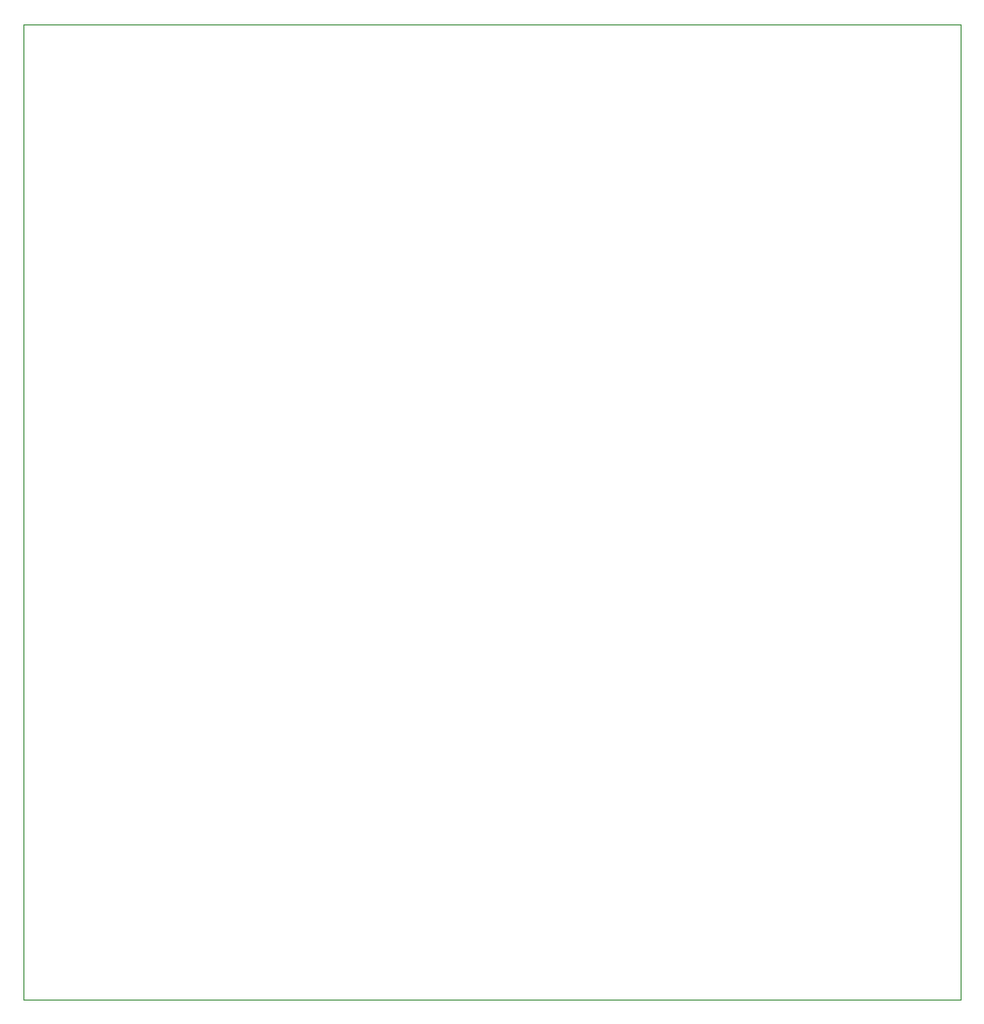
<source format=gbr>
G04 #@! TF.GenerationSoftware,KiCad,Pcbnew,(5.1.4)-1*
G04 #@! TF.CreationDate,2020-11-19T13:50:43+07:00*
G04 #@! TF.ProjectId,serial,73657269-616c-42e6-9b69-6361645f7063,rev?*
G04 #@! TF.SameCoordinates,Original*
G04 #@! TF.FileFunction,Profile,NP*
%FSLAX46Y46*%
G04 Gerber Fmt 4.6, Leading zero omitted, Abs format (unit mm)*
G04 Created by KiCad (PCBNEW (5.1.4)-1) date 2020-11-19 13:50:43*
%MOMM*%
%LPD*%
G04 APERTURE LIST*
%ADD10C,0.050000*%
G04 APERTURE END LIST*
D10*
X57150000Y-26035000D02*
X57150000Y-110490000D01*
X138430000Y-26035000D02*
X57150000Y-26035000D01*
X138430000Y-110490000D02*
X138430000Y-26035000D01*
X57150000Y-110490000D02*
X138430000Y-110490000D01*
M02*

</source>
